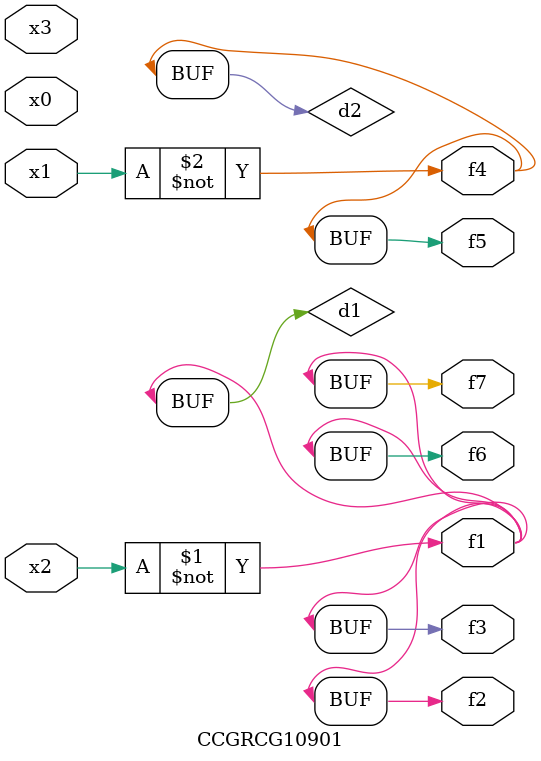
<source format=v>
module CCGRCG10901(
	input x0, x1, x2, x3,
	output f1, f2, f3, f4, f5, f6, f7
);

	wire d1, d2;

	xnor (d1, x2);
	not (d2, x1);
	assign f1 = d1;
	assign f2 = d1;
	assign f3 = d1;
	assign f4 = d2;
	assign f5 = d2;
	assign f6 = d1;
	assign f7 = d1;
endmodule

</source>
